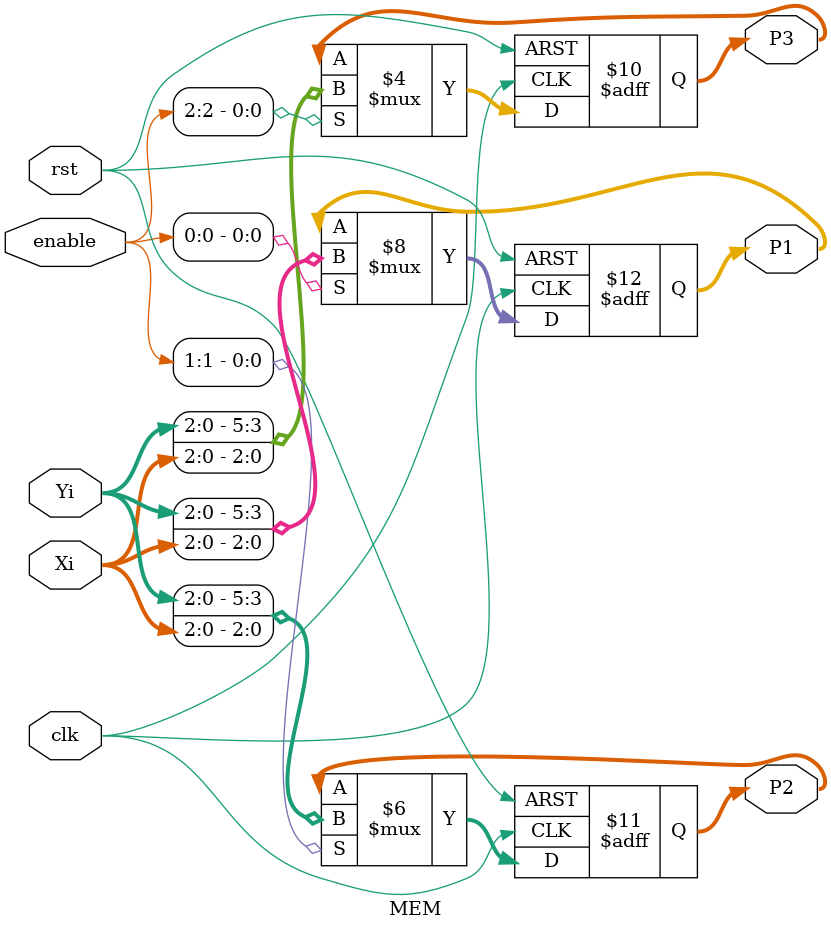
<source format=v>
module MEM(
		input 				clk,
		input 				rst,
		input		[2:0]	Xi,
		input		[2:0]	Yi,
		input		[2:0]	enable,
		output	reg	[5:0]	P1,
		output	reg	[5:0]	P2,
		output	reg	[5:0]	P3
		);
///////////////////////// mem ///////////////////////////////
	always@(posedge clk or posedge rst)begin
		if(rst)begin
			P1<=6'd0;
		end else if(enable[0])begin
			P1<={Yi,Xi};
		end
	end

	always@(posedge clk or posedge rst)begin
		if(rst)begin
			P2<=6'd0;
		end else if(enable[1])begin
			P2<={Yi,Xi};
		end
	end

	always@(posedge clk or posedge rst)begin
		if(rst)begin
			P3<=6'd0;
		end else if(enable[2])begin
			P3<={Yi,Xi};
		end
	end

endmodule
</source>
